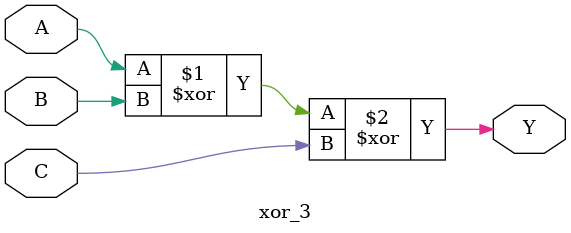
<source format=v>
`timescale 1ns / 1ps

module xor_3(
    input A, B, C,
    output Y
);

assign Y = A ^ B ^ C;

endmodule

</source>
